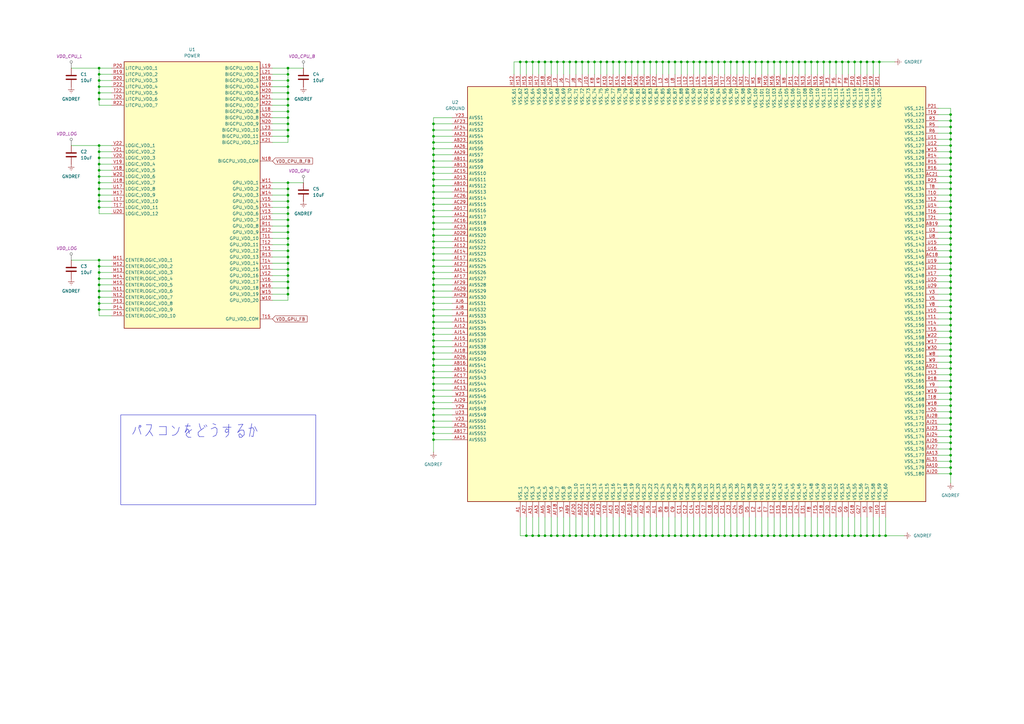
<source format=kicad_sch>
(kicad_sch (version 20231120) (generator "eeschema") (generator_version "8.0")
  (paper "A3")
  (junction (at 337.82 25.4))
  (junction (at 350.52 219.71))
  (junction (at 284.48 219.71))
  (junction (at 389.89 52.07))
  (junction (at 177.8 180.34))
  (junction (at 177.8 101.6))
  (junction (at 238.76 25.4))
  (junction (at 271.78 25.4))
  (junction (at 389.89 82.55))
  (junction (at 259.08 219.71))
  (junction (at 259.08 25.4))
  (junction (at 215.9 25.4))
  (junction (at 40.64 35.56))
  (junction (at 118.11 105.41))
  (junction (at 317.5 25.4))
  (junction (at 353.06 25.4))
  (junction (at 389.89 80.01))
  (junction (at 269.24 25.4))
  (junction (at 40.64 111.76))
  (junction (at 223.52 219.71))
  (junction (at 304.8 25.4))
  (junction (at 274.32 25.4))
  (junction (at 118.11 43.18))
  (junction (at 389.89 186.69))
  (junction (at 177.8 124.46))
  (junction (at 238.76 219.71))
  (junction (at 389.89 171.45))
  (junction (at 289.56 219.71))
  (junction (at 307.34 25.4))
  (junction (at 360.68 219.71))
  (junction (at 177.8 83.82))
  (junction (at 389.89 54.61))
  (junction (at 226.06 219.71))
  (junction (at 177.8 55.88))
  (junction (at 40.64 27.94))
  (junction (at 389.89 173.99))
  (junction (at 297.18 219.71))
  (junction (at 40.64 72.39))
  (junction (at 118.11 87.63))
  (junction (at 231.14 25.4))
  (junction (at 236.22 25.4))
  (junction (at 266.7 25.4))
  (junction (at 389.89 57.15))
  (junction (at 389.89 64.77))
  (junction (at 355.6 25.4))
  (junction (at 118.11 38.1))
  (junction (at 177.8 154.94))
  (junction (at 177.8 114.3))
  (junction (at 320.04 219.71))
  (junction (at 342.9 25.4))
  (junction (at 309.88 25.4))
  (junction (at 389.89 85.09))
  (junction (at 389.89 69.85))
  (junction (at 335.28 25.4))
  (junction (at 281.94 219.71))
  (junction (at 40.64 85.09))
  (junction (at 218.44 219.71))
  (junction (at 389.89 133.35))
  (junction (at 264.16 219.71))
  (junction (at 314.96 25.4))
  (junction (at 266.7 219.71))
  (junction (at 241.3 219.71))
  (junction (at 228.6 25.4))
  (junction (at 389.89 72.39))
  (junction (at 350.52 25.4))
  (junction (at 389.89 135.89))
  (junction (at 177.8 111.76))
  (junction (at 246.38 25.4))
  (junction (at 177.8 132.08))
  (junction (at 118.11 74.93))
  (junction (at 389.89 107.95))
  (junction (at 177.8 88.9))
  (junction (at 40.64 80.01))
  (junction (at 177.8 63.5))
  (junction (at 389.89 102.87))
  (junction (at 118.11 120.65))
  (junction (at 118.11 97.79))
  (junction (at 327.66 219.71))
  (junction (at 248.92 219.71))
  (junction (at 177.8 177.8))
  (junction (at 233.68 219.71))
  (junction (at 340.36 219.71))
  (junction (at 177.8 50.8))
  (junction (at 40.64 119.38))
  (junction (at 40.64 116.84))
  (junction (at 177.8 116.84))
  (junction (at 353.06 219.71))
  (junction (at 213.36 25.4))
  (junction (at 246.38 219.71))
  (junction (at 118.11 115.57))
  (junction (at 118.11 48.26))
  (junction (at 389.89 87.63))
  (junction (at 40.64 64.77))
  (junction (at 325.12 25.4))
  (junction (at 40.64 82.55))
  (junction (at 389.89 113.03))
  (junction (at 309.88 219.71))
  (junction (at 287.02 25.4))
  (junction (at 261.62 25.4))
  (junction (at 236.22 219.71))
  (junction (at 389.89 143.51))
  (junction (at 389.89 184.15))
  (junction (at 118.11 118.11))
  (junction (at 243.84 25.4))
  (junction (at 389.89 168.91))
  (junction (at 389.89 161.29))
  (junction (at 363.22 219.71))
  (junction (at 389.89 179.07))
  (junction (at 226.06 25.4))
  (junction (at 358.14 219.71))
  (junction (at 327.66 25.4))
  (junction (at 299.72 219.71))
  (junction (at 118.11 33.02))
  (junction (at 389.89 181.61))
  (junction (at 251.46 25.4))
  (junction (at 254 25.4))
  (junction (at 389.89 90.17))
  (junction (at 177.8 96.52))
  (junction (at 118.11 90.17))
  (junction (at 233.68 25.4))
  (junction (at 389.89 156.21))
  (junction (at 292.1 219.71))
  (junction (at 118.11 102.87))
  (junction (at 342.9 219.71))
  (junction (at 276.86 219.71))
  (junction (at 177.8 53.34))
  (junction (at 389.89 95.25))
  (junction (at 118.11 27.94))
  (junction (at 241.3 25.4))
  (junction (at 177.8 139.7))
  (junction (at 40.64 38.1))
  (junction (at 389.89 120.65))
  (junction (at 40.64 124.46))
  (junction (at 177.8 71.12))
  (junction (at 40.64 127))
  (junction (at 389.89 97.79))
  (junction (at 118.11 92.71))
  (junction (at 325.12 219.71))
  (junction (at 177.8 119.38))
  (junction (at 347.98 219.71))
  (junction (at 40.64 69.85))
  (junction (at 389.89 166.37))
  (junction (at 389.89 118.11))
  (junction (at 337.82 219.71))
  (junction (at 251.46 219.71))
  (junction (at 271.78 219.71))
  (junction (at 40.64 33.02))
  (junction (at 177.8 106.68))
  (junction (at 118.11 95.25))
  (junction (at 177.8 104.14))
  (junction (at 118.11 45.72))
  (junction (at 177.8 149.86))
  (junction (at 118.11 30.48))
  (junction (at 177.8 60.96))
  (junction (at 389.89 176.53))
  (junction (at 345.44 219.71))
  (junction (at 40.64 114.3))
  (junction (at 312.42 219.71))
  (junction (at 264.16 25.4))
  (junction (at 40.64 74.93))
  (junction (at 322.58 25.4))
  (junction (at 389.89 158.75))
  (junction (at 389.89 125.73))
  (junction (at 177.8 76.2))
  (junction (at 118.11 80.01))
  (junction (at 118.11 85.09))
  (junction (at 332.74 219.71))
  (junction (at 279.4 219.71))
  (junction (at 40.64 106.68))
  (junction (at 299.72 25.4))
  (junction (at 231.14 219.71))
  (junction (at 292.1 25.4))
  (junction (at 177.8 170.18))
  (junction (at 314.96 219.71))
  (junction (at 294.64 219.71))
  (junction (at 220.98 219.71))
  (junction (at 177.8 121.92))
  (junction (at 281.94 25.4))
  (junction (at 389.89 163.83))
  (junction (at 177.8 81.28))
  (junction (at 330.2 25.4))
  (junction (at 177.8 99.06))
  (junction (at 220.98 25.4))
  (junction (at 177.8 165.1))
  (junction (at 177.8 160.02))
  (junction (at 345.44 25.4))
  (junction (at 40.64 62.23))
  (junction (at 118.11 100.33))
  (junction (at 389.89 100.33))
  (junction (at 389.89 77.47))
  (junction (at 312.42 25.4))
  (junction (at 389.89 62.23))
  (junction (at 389.89 138.43))
  (junction (at 302.26 219.71))
  (junction (at 307.34 219.71))
  (junction (at 335.28 219.71))
  (junction (at 118.11 77.47))
  (junction (at 389.89 151.13))
  (junction (at 276.86 25.4))
  (junction (at 317.5 219.71))
  (junction (at 177.8 58.42))
  (junction (at 177.8 78.74))
  (junction (at 389.89 59.69))
  (junction (at 389.89 140.97))
  (junction (at 177.8 73.66))
  (junction (at 248.92 25.4))
  (junction (at 177.8 175.26))
  (junction (at 215.9 219.71))
  (junction (at 177.8 142.24))
  (junction (at 40.64 30.48))
  (junction (at 177.8 91.44))
  (junction (at 274.32 219.71))
  (junction (at 256.54 25.4))
  (junction (at 40.64 67.31))
  (junction (at 177.8 167.64))
  (junction (at 320.04 25.4))
  (junction (at 302.26 25.4))
  (junction (at 355.6 219.71))
  (junction (at 358.14 25.4))
  (junction (at 40.64 59.69))
  (junction (at 389.89 123.19))
  (junction (at 389.89 146.05))
  (junction (at 389.89 92.71))
  (junction (at 177.8 147.32))
  (junction (at 389.89 191.77))
  (junction (at 177.8 66.04))
  (junction (at 177.8 137.16))
  (junction (at 389.89 130.81))
  (junction (at 256.54 219.71))
  (junction (at 118.11 53.34))
  (junction (at 40.64 109.22))
  (junction (at 177.8 109.22))
  (junction (at 389.89 105.41))
  (junction (at 389.89 115.57))
  (junction (at 243.84 219.71))
  (junction (at 389.89 128.27))
  (junction (at 330.2 219.71))
  (junction (at 347.98 25.4))
  (junction (at 297.18 25.4))
  (junction (at 389.89 194.31))
  (junction (at 228.6 219.71))
  (junction (at 177.8 127))
  (junction (at 118.11 82.55))
  (junction (at 40.64 40.64))
  (junction (at 389.89 67.31))
  (junction (at 118.11 40.64))
  (junction (at 389.89 49.53))
  (junction (at 389.89 148.59))
  (junction (at 118.11 110.49))
  (junction (at 332.74 25.4))
  (junction (at 177.8 157.48))
  (junction (at 177.8 152.4))
  (junction (at 279.4 25.4))
  (junction (at 40.64 77.47))
  (junction (at 177.8 172.72))
  (junction (at 177.8 129.54))
  (junction (at 284.48 25.4))
  (junction (at 118.11 55.88))
  (junction (at 177.8 134.62))
  (junction (at 389.89 189.23))
  (junction (at 340.36 25.4))
  (junction (at 177.8 162.56))
  (junction (at 177.8 93.98))
  (junction (at 304.8 219.71))
  (junction (at 287.02 219.71))
  (junction (at 218.44 25.4))
  (junction (at 177.8 86.36))
  (junction (at 177.8 68.58))
  (junction (at 254 219.71))
  (junction (at 118.11 113.03))
  (junction (at 389.89 74.93))
  (junction (at 294.64 25.4))
  (junction (at 360.68 25.4))
  (junction (at 118.11 50.8))
  (junction (at 322.58 219.71))
  (junction (at 261.62 219.71))
  (junction (at 389.89 110.49))
  (junction (at 40.64 121.92))
  (junction (at 118.11 107.95))
  (junction (at 389.89 153.67))
  (junction (at 389.89 46.99))
  (junction (at 118.11 35.56))
  (junction (at 269.24 219.71))
  (junction (at 223.52 25.4))
  (junction (at 177.8 144.78))
  (junction (at 289.56 25.4))
  (wire (pts (xy 389.89 163.83) (xy 389.89 166.37)))
  (wire (pts (xy 281.94 25.4) (xy 281.94 30.48)))
  (wire (pts (xy 177.8 104.14) (xy 177.8 106.68)))
  (wire (pts (xy 389.89 92.71) (xy 389.89 95.25)))
  (wire (pts (xy 284.48 25.4) (xy 284.48 30.48)))
  (wire (pts (xy 177.8 48.26) (xy 177.8 50.8)))
  (wire (pts (xy 261.62 219.71) (xy 264.16 219.71)))
  (wire (pts (xy 111.76 40.64) (xy 118.11 40.64)))
  (wire (pts (xy 177.8 129.54) (xy 185.42 129.54)))
  (wire (pts (xy 40.64 40.64) (xy 45.72 40.64)))
  (wire (pts (xy 389.89 72.39) (xy 389.89 74.93)))
  (wire (pts (xy 384.81 102.87) (xy 389.89 102.87)))
  (wire (pts (xy 177.8 76.2) (xy 177.8 78.74)))
  (wire (pts (xy 320.04 212.09) (xy 320.04 219.71)))
  (wire (pts (xy 322.58 25.4) (xy 322.58 30.48)))
  (wire (pts (xy 177.8 83.82) (xy 177.8 86.36)))
  (wire (pts (xy 236.22 212.09) (xy 236.22 219.71)))
  (wire (pts (xy 389.89 74.93) (xy 389.89 77.47)))
  (wire (pts (xy 384.81 54.61) (xy 389.89 54.61)))
  (wire (pts (xy 276.86 25.4) (xy 279.4 25.4)))
  (wire (pts (xy 384.81 107.95) (xy 389.89 107.95)))
  (wire (pts (xy 297.18 25.4) (xy 299.72 25.4)))
  (wire (pts (xy 309.88 219.71) (xy 312.42 219.71)))
  (wire (pts (xy 177.8 177.8) (xy 177.8 180.34)))
  (wire (pts (xy 259.08 25.4) (xy 259.08 30.48)))
  (wire (pts (xy 177.8 58.42) (xy 185.42 58.42)))
  (wire (pts (xy 389.89 57.15) (xy 389.89 59.69)))
  (wire (pts (xy 223.52 25.4) (xy 223.52 30.48)))
  (wire (pts (xy 384.81 146.05) (xy 389.89 146.05)))
  (wire (pts (xy 177.8 165.1) (xy 185.42 165.1)))
  (wire (pts (xy 389.89 135.89) (xy 389.89 138.43)))
  (wire (pts (xy 29.21 59.69) (xy 40.64 59.69)))
  (wire (pts (xy 337.82 25.4) (xy 340.36 25.4)))
  (wire (pts (xy 355.6 219.71) (xy 358.14 219.71)))
  (wire (pts (xy 177.8 111.76) (xy 177.8 114.3)))
  (wire (pts (xy 353.06 25.4) (xy 353.06 30.48)))
  (wire (pts (xy 210.82 25.4) (xy 213.36 25.4)))
  (wire (pts (xy 185.42 48.26) (xy 177.8 48.26)))
  (wire (pts (xy 241.3 25.4) (xy 241.3 30.48)))
  (wire (pts (xy 177.8 180.34) (xy 177.8 185.42)))
  (wire (pts (xy 177.8 63.5) (xy 185.42 63.5)))
  (wire (pts (xy 384.81 135.89) (xy 389.89 135.89)))
  (wire (pts (xy 384.81 123.19) (xy 389.89 123.19)))
  (wire (pts (xy 384.81 138.43) (xy 389.89 138.43)))
  (wire (pts (xy 384.81 130.81) (xy 389.89 130.81)))
  (wire (pts (xy 111.76 38.1) (xy 118.11 38.1)))
  (wire (pts (xy 271.78 212.09) (xy 271.78 219.71)))
  (wire (pts (xy 111.76 74.93) (xy 118.11 74.93)))
  (wire (pts (xy 177.8 154.94) (xy 177.8 157.48)))
  (wire (pts (xy 384.81 156.21) (xy 389.89 156.21)))
  (wire (pts (xy 358.14 25.4) (xy 358.14 30.48)))
  (wire (pts (xy 274.32 212.09) (xy 274.32 219.71)))
  (wire (pts (xy 347.98 212.09) (xy 347.98 219.71)))
  (wire (pts (xy 269.24 219.71) (xy 271.78 219.71)))
  (wire (pts (xy 111.76 100.33) (xy 118.11 100.33)))
  (wire (pts (xy 384.81 85.09) (xy 389.89 85.09)))
  (wire (pts (xy 220.98 219.71) (xy 223.52 219.71)))
  (wire (pts (xy 40.64 67.31) (xy 45.72 67.31)))
  (wire (pts (xy 389.89 158.75) (xy 389.89 161.29)))
  (wire (pts (xy 246.38 219.71) (xy 248.92 219.71)))
  (wire (pts (xy 264.16 212.09) (xy 264.16 219.71)))
  (wire (pts (xy 118.11 105.41) (xy 118.11 107.95)))
  (wire (pts (xy 251.46 25.4) (xy 254 25.4)))
  (wire (pts (xy 384.81 168.91) (xy 389.89 168.91)))
  (wire (pts (xy 363.22 219.71) (xy 370.84 219.71)))
  (wire (pts (xy 274.32 25.4) (xy 276.86 25.4)))
  (wire (pts (xy 118.11 115.57) (xy 118.11 118.11)))
  (wire (pts (xy 177.8 73.66) (xy 177.8 76.2)))
  (wire (pts (xy 335.28 25.4) (xy 335.28 30.48)))
  (wire (pts (xy 118.11 82.55) (xy 118.11 85.09)))
  (wire (pts (xy 118.11 27.94) (xy 118.11 30.48)))
  (wire (pts (xy 384.81 161.29) (xy 389.89 161.29)))
  (wire (pts (xy 389.89 143.51) (xy 389.89 146.05)))
  (wire (pts (xy 218.44 219.71) (xy 220.98 219.71)))
  (wire (pts (xy 384.81 100.33) (xy 389.89 100.33)))
  (wire (pts (xy 118.11 92.71) (xy 118.11 95.25)))
  (wire (pts (xy 259.08 212.09) (xy 259.08 219.71)))
  (wire (pts (xy 177.8 71.12) (xy 177.8 73.66)))
  (wire (pts (xy 384.81 153.67) (xy 389.89 153.67)))
  (wire (pts (xy 353.06 212.09) (xy 353.06 219.71)))
  (wire (pts (xy 177.8 149.86) (xy 185.42 149.86)))
  (wire (pts (xy 40.64 124.46) (xy 40.64 127)))
  (wire (pts (xy 118.11 38.1) (xy 118.11 40.64)))
  (wire (pts (xy 353.06 25.4) (xy 355.6 25.4)))
  (wire (pts (xy 177.8 160.02) (xy 177.8 162.56)))
  (wire (pts (xy 231.14 25.4) (xy 231.14 30.48)))
  (wire (pts (xy 389.89 64.77) (xy 389.89 67.31)))
  (wire (pts (xy 111.76 90.17) (xy 118.11 90.17)))
  (wire (pts (xy 350.52 25.4) (xy 350.52 30.48)))
  (wire (pts (xy 248.92 25.4) (xy 248.92 30.48)))
  (wire (pts (xy 118.11 100.33) (xy 118.11 102.87)))
  (wire (pts (xy 220.98 25.4) (xy 223.52 25.4)))
  (wire (pts (xy 284.48 212.09) (xy 284.48 219.71)))
  (wire (pts (xy 241.3 219.71) (xy 243.84 219.71)))
  (wire (pts (xy 111.76 27.94) (xy 118.11 27.94)))
  (wire (pts (xy 384.81 184.15) (xy 389.89 184.15)))
  (wire (pts (xy 389.89 110.49) (xy 389.89 113.03)))
  (wire (pts (xy 177.8 86.36) (xy 177.8 88.9)))
  (wire (pts (xy 384.81 171.45) (xy 389.89 171.45)))
  (wire (pts (xy 340.36 25.4) (xy 342.9 25.4)))
  (wire (pts (xy 177.8 50.8) (xy 185.42 50.8)))
  (wire (pts (xy 223.52 219.71) (xy 226.06 219.71)))
  (wire (pts (xy 304.8 25.4) (xy 304.8 30.48)))
  (wire (pts (xy 384.81 143.51) (xy 389.89 143.51)))
  (wire (pts (xy 177.8 106.68) (xy 177.8 109.22)))
  (wire (pts (xy 389.89 49.53) (xy 389.89 52.07)))
  (wire (pts (xy 389.89 153.67) (xy 389.89 156.21)))
  (wire (pts (xy 389.89 168.91) (xy 389.89 171.45)))
  (wire (pts (xy 177.8 180.34) (xy 185.42 180.34)))
  (wire (pts (xy 177.8 121.92) (xy 185.42 121.92)))
  (wire (pts (xy 210.82 30.48) (xy 210.82 25.4)))
  (wire (pts (xy 40.64 127) (xy 40.64 129.54)))
  (wire (pts (xy 269.24 212.09) (xy 269.24 219.71)))
  (wire (pts (xy 228.6 212.09) (xy 228.6 219.71)))
  (wire (pts (xy 40.64 38.1) (xy 45.72 38.1)))
  (wire (pts (xy 177.8 68.58) (xy 185.42 68.58)))
  (wire (pts (xy 118.11 107.95) (xy 118.11 110.49)))
  (wire (pts (xy 40.64 124.46) (xy 45.72 124.46)))
  (wire (pts (xy 384.81 72.39) (xy 389.89 72.39)))
  (wire (pts (xy 40.64 27.94) (xy 40.64 30.48)))
  (wire (pts (xy 384.81 176.53) (xy 389.89 176.53)))
  (wire (pts (xy 111.76 50.8) (xy 118.11 50.8)))
  (wire (pts (xy 223.52 25.4) (xy 226.06 25.4)))
  (wire (pts (xy 40.64 121.92) (xy 45.72 121.92)))
  (wire (pts (xy 111.76 55.88) (xy 118.11 55.88)))
  (wire (pts (xy 177.8 60.96) (xy 185.42 60.96)))
  (wire (pts (xy 384.81 90.17) (xy 389.89 90.17)))
  (wire (pts (xy 40.64 111.76) (xy 40.64 114.3)))
  (wire (pts (xy 389.89 120.65) (xy 389.89 123.19)))
  (wire (pts (xy 177.8 127) (xy 185.42 127)))
  (wire (pts (xy 322.58 212.09) (xy 322.58 219.71)))
  (wire (pts (xy 177.8 101.6) (xy 185.42 101.6)))
  (wire (pts (xy 384.81 92.71) (xy 389.89 92.71)))
  (wire (pts (xy 309.88 25.4) (xy 309.88 30.48)))
  (wire (pts (xy 111.76 53.34) (xy 118.11 53.34)))
  (wire (pts (xy 213.36 212.09) (xy 213.36 219.71)))
  (wire (pts (xy 177.8 99.06) (xy 177.8 101.6)))
  (wire (pts (xy 325.12 25.4) (xy 325.12 30.48)))
  (wire (pts (xy 40.64 116.84) (xy 40.64 119.38)))
  (wire (pts (xy 340.36 25.4) (xy 340.36 30.48)))
  (wire (pts (xy 384.81 186.69) (xy 389.89 186.69)))
  (wire (pts (xy 215.9 212.09) (xy 215.9 219.71)))
  (wire (pts (xy 314.96 212.09) (xy 314.96 219.71)))
  (wire (pts (xy 389.89 130.81) (xy 389.89 133.35)))
  (wire (pts (xy 40.64 38.1) (xy 40.64 35.56)))
  (wire (pts (xy 40.64 111.76) (xy 45.72 111.76)))
  (wire (pts (xy 177.8 109.22) (xy 177.8 111.76)))
  (wire (pts (xy 332.74 25.4) (xy 332.74 30.48)))
  (wire (pts (xy 29.21 27.94) (xy 40.64 27.94)))
  (wire (pts (xy 360.68 25.4) (xy 367.03 25.4)))
  (wire (pts (xy 325.12 212.09) (xy 325.12 219.71)))
  (wire (pts (xy 40.64 119.38) (xy 45.72 119.38)))
  (wire (pts (xy 292.1 25.4) (xy 294.64 25.4)))
  (wire (pts (xy 248.92 219.71) (xy 251.46 219.71)))
  (wire (pts (xy 111.76 82.55) (xy 118.11 82.55)))
  (wire (pts (xy 177.8 119.38) (xy 177.8 121.92)))
  (wire (pts (xy 389.89 125.73) (xy 389.89 128.27)))
  (wire (pts (xy 384.81 128.27) (xy 389.89 128.27)))
  (wire (pts (xy 384.81 97.79) (xy 389.89 97.79)))
  (wire (pts (xy 345.44 25.4) (xy 345.44 30.48)))
  (wire (pts (xy 384.81 110.49) (xy 389.89 110.49)))
  (wire (pts (xy 231.14 219.71) (xy 233.68 219.71)))
  (wire (pts (xy 389.89 85.09) (xy 389.89 87.63)))
  (wire (pts (xy 118.11 53.34) (xy 118.11 55.88)))
  (wire (pts (xy 317.5 219.71) (xy 320.04 219.71)))
  (wire (pts (xy 246.38 212.09) (xy 246.38 219.71)))
  (wire (pts (xy 40.64 80.01) (xy 40.64 82.55)))
  (wire (pts (xy 241.3 212.09) (xy 241.3 219.71)))
  (wire (pts (xy 215.9 25.4) (xy 218.44 25.4)))
  (wire (pts (xy 276.86 219.71) (xy 279.4 219.71)))
  (wire (pts (xy 177.8 172.72) (xy 185.42 172.72)))
  (wire (pts (xy 389.89 133.35) (xy 389.89 135.89)))
  (wire (pts (xy 384.81 140.97) (xy 389.89 140.97)))
  (wire (pts (xy 332.74 25.4) (xy 335.28 25.4)))
  (wire (pts (xy 389.89 184.15) (xy 389.89 186.69)))
  (wire (pts (xy 350.52 219.71) (xy 353.06 219.71)))
  (wire (pts (xy 304.8 25.4) (xy 307.34 25.4)))
  (wire (pts (xy 389.89 123.19) (xy 389.89 125.73)))
  (wire (pts (xy 118.11 50.8) (xy 118.11 53.34)))
  (wire (pts (xy 279.4 25.4) (xy 279.4 30.48)))
  (wire (pts (xy 40.64 82.55) (xy 40.64 85.09)))
  (wire (pts (xy 389.89 95.25) (xy 389.89 97.79)))
  (wire (pts (xy 384.81 62.23) (xy 389.89 62.23)))
  (wire (pts (xy 292.1 25.4) (xy 292.1 30.48)))
  (wire (pts (xy 389.89 166.37) (xy 389.89 168.91)))
  (wire (pts (xy 314.96 25.4) (xy 314.96 30.48)))
  (wire (pts (xy 40.64 59.69) (xy 45.72 59.69)))
  (wire (pts (xy 177.8 132.08) (xy 185.42 132.08)))
  (wire (pts (xy 177.8 157.48) (xy 185.42 157.48)))
  (wire (pts (xy 384.81 179.07) (xy 389.89 179.07)))
  (wire (pts (xy 40.64 67.31) (xy 40.64 69.85)))
  (wire (pts (xy 384.81 80.01) (xy 389.89 80.01)))
  (wire (pts (xy 177.8 66.04) (xy 177.8 68.58)))
  (wire (pts (xy 350.52 212.09) (xy 350.52 219.71)))
  (wire (pts (xy 111.76 58.42) (xy 118.11 58.42)))
  (wire (pts (xy 118.11 27.94) (xy 124.46 27.94)))
  (wire (pts (xy 389.89 69.85) (xy 389.89 72.39)))
  (wire (pts (xy 177.8 66.04) (xy 185.42 66.04)))
  (wire (pts (xy 177.8 88.9) (xy 185.42 88.9)))
  (wire (pts (xy 177.8 144.78) (xy 185.42 144.78)))
  (wire (pts (xy 111.76 85.09) (xy 118.11 85.09)))
  (wire (pts (xy 279.4 219.71) (xy 281.94 219.71)))
  (wire (pts (xy 40.64 62.23) (xy 40.64 64.77)))
  (wire (pts (xy 292.1 212.09) (xy 292.1 219.71)))
  (wire (pts (xy 177.8 147.32) (xy 177.8 149.86)))
  (wire (pts (xy 384.81 125.73) (xy 389.89 125.73)))
  (wire (pts (xy 236.22 25.4) (xy 238.76 25.4)))
  (wire (pts (xy 111.76 107.95) (xy 118.11 107.95)))
  (wire (pts (xy 177.8 119.38) (xy 185.42 119.38)))
  (wire (pts (xy 389.89 113.03) (xy 389.89 115.57)))
  (wire (pts (xy 238.76 212.09) (xy 238.76 219.71)))
  (wire (pts (xy 177.8 137.16) (xy 177.8 139.7)))
  (wire (pts (xy 327.66 25.4) (xy 330.2 25.4)))
  (wire (pts (xy 177.8 124.46) (xy 177.8 127)))
  (wire (pts (xy 266.7 212.09) (xy 266.7 219.71)))
  (wire (pts (xy 330.2 212.09) (xy 330.2 219.71)))
  (wire (pts (xy 233.68 25.4) (xy 233.68 30.48)))
  (wire (pts (xy 177.8 134.62) (xy 185.42 134.62)))
  (wire (pts (xy 177.8 157.48) (xy 177.8 160.02)))
  (wire (pts (xy 384.81 44.45) (xy 389.89 44.45)))
  (wire (pts (xy 384.81 191.77) (xy 389.89 191.77)))
  (wire (pts (xy 177.8 116.84) (xy 177.8 119.38)))
  (wire (pts (xy 353.06 219.71) (xy 355.6 219.71)))
  (wire (pts (xy 223.52 212.09) (xy 223.52 219.71)))
  (wire (pts (xy 111.76 123.19) (xy 118.11 123.19)))
  (wire (pts (xy 111.76 118.11) (xy 118.11 118.11)))
  (wire (pts (xy 332.74 212.09) (xy 332.74 219.71)))
  (wire (pts (xy 287.02 212.09) (xy 287.02 219.71)))
  (wire (pts (xy 111.76 115.57) (xy 118.11 115.57)))
  (wire (pts (xy 243.84 212.09) (xy 243.84 219.71)))
  (wire (pts (xy 302.26 25.4) (xy 302.26 30.48)))
  (wire (pts (xy 226.06 219.71) (xy 228.6 219.71)))
  (wire (pts (xy 233.68 219.71) (xy 236.22 219.71)))
  (wire (pts (xy 330.2 219.71) (xy 332.74 219.71)))
  (wire (pts (xy 389.89 194.31) (xy 389.89 198.12)))
  (wire (pts (xy 118.11 43.18) (xy 118.11 45.72)))
  (wire (pts (xy 177.8 83.82) (xy 185.42 83.82)))
  (wire (pts (xy 177.8 114.3) (xy 177.8 116.84)))
  (wire (pts (xy 384.81 95.25) (xy 389.89 95.25)))
  (wire (pts (xy 177.8 58.42) (xy 177.8 60.96)))
  (wire (pts (xy 238.76 25.4) (xy 241.3 25.4)))
  (wire (pts (xy 327.66 219.71) (xy 330.2 219.71)))
  (wire (pts (xy 384.81 181.61) (xy 389.89 181.61)))
  (wire (pts (xy 261.62 25.4) (xy 261.62 30.48)))
  (wire (pts (xy 384.81 57.15) (xy 389.89 57.15)))
  (wire (pts (xy 312.42 219.71) (xy 314.96 219.71)))
  (wire (pts (xy 177.8 96.52) (xy 177.8 99.06)))
  (wire (pts (xy 118.11 85.09) (xy 118.11 87.63)))
  (wire (pts (xy 177.8 177.8) (xy 185.42 177.8)))
  (wire (pts (xy 327.66 212.09) (xy 327.66 219.71)))
  (wire (pts (xy 279.4 212.09) (xy 279.4 219.71)))
  (wire (pts (xy 40.64 33.02) (xy 45.72 33.02)))
  (wire (pts (xy 118.11 33.02) (xy 118.11 35.56)))
  (wire (pts (xy 389.89 151.13) (xy 389.89 153.67)))
  (wire (pts (xy 299.72 25.4) (xy 299.72 30.48)))
  (wire (pts (xy 111.76 87.63) (xy 118.11 87.63)))
  (wire (pts (xy 389.89 52.07) (xy 389.89 54.61)))
  (wire (pts (xy 389.89 176.53) (xy 389.89 179.07)))
  (wire (pts (xy 177.8 88.9) (xy 177.8 91.44)))
  (wire (pts (xy 177.8 53.34) (xy 185.42 53.34)))
  (wire (pts (xy 118.11 97.79) (xy 118.11 100.33)))
  (wire (pts (xy 389.89 194.31) (xy 384.81 194.31)))
  (wire (pts (xy 177.8 78.74) (xy 185.42 78.74)))
  (wire (pts (xy 355.6 25.4) (xy 358.14 25.4)))
  (wire (pts (xy 236.22 25.4) (xy 236.22 30.48)))
  (wire (pts (xy 213.36 25.4) (xy 215.9 25.4)))
  (wire (pts (xy 384.81 87.63) (xy 389.89 87.63)))
  (wire (pts (xy 118.11 120.65) (xy 118.11 123.19)))
  (wire (pts (xy 389.89 44.45) (xy 389.89 46.99)))
  (wire (pts (xy 289.56 25.4) (xy 292.1 25.4)))
  (wire (pts (xy 307.34 212.09) (xy 307.34 219.71)))
  (wire (pts (xy 299.72 25.4) (xy 302.26 25.4)))
  (wire (pts (xy 358.14 25.4) (xy 360.68 25.4)))
  (wire (pts (xy 389.89 62.23) (xy 389.89 64.77)))
  (wire (pts (xy 384.81 69.85) (xy 389.89 69.85)))
  (wire (pts (xy 118.11 74.93) (xy 118.11 77.47)))
  (wire (pts (xy 389.89 67.31) (xy 389.89 69.85)))
  (wire (pts (xy 269.24 25.4) (xy 269.24 30.48)))
  (wire (pts (xy 40.64 59.69) (xy 40.64 62.23)))
  (wire (pts (xy 251.46 25.4) (xy 251.46 30.48)))
  (wire (pts (xy 271.78 219.71) (xy 274.32 219.71)))
  (wire (pts (xy 177.8 139.7) (xy 185.42 139.7)))
  (wire (pts (xy 384.81 64.77) (xy 389.89 64.77)))
  (wire (pts (xy 335.28 25.4) (xy 337.82 25.4)))
  (wire (pts (xy 389.89 186.69) (xy 389.89 189.23)))
  (wire (pts (xy 289.56 25.4) (xy 289.56 30.48)))
  (wire (pts (xy 233.68 212.09) (xy 233.68 219.71)))
  (wire (pts (xy 389.89 173.99) (xy 389.89 176.53)))
  (wire (pts (xy 118.11 30.48) (xy 118.11 33.02)))
  (wire (pts (xy 40.64 43.18) (xy 40.64 40.64)))
  (wire (pts (xy 177.8 175.26) (xy 185.42 175.26)))
  (wire (pts (xy 297.18 212.09) (xy 297.18 219.71)))
  (wire (pts (xy 259.08 25.4) (xy 261.62 25.4)))
  (wire (pts (xy 177.8 99.06) (xy 185.42 99.06)))
  (wire (pts (xy 40.64 109.22) (xy 40.64 111.76)))
  (wire (pts (xy 118.11 113.03) (xy 118.11 115.57)))
  (wire (pts (xy 177.8 147.32) (xy 185.42 147.32)))
  (wire (pts (xy 384.81 166.37) (xy 389.89 166.37)))
  (wire (pts (xy 304.8 219.71) (xy 307.34 219.71)))
  (wire (pts (xy 177.8 55.88) (xy 177.8 58.42)))
  (wire (pts (xy 40.64 80.01) (xy 45.72 80.01)))
  (wire (pts (xy 266.7 25.4) (xy 269.24 25.4)))
  (wire (pts (xy 228.6 25.4) (xy 231.14 25.4)))
  (wire (pts (xy 228.6 25.4) (xy 228.6 30.48)))
  (wire (pts (xy 177.8 152.4) (xy 177.8 154.94)))
  (wire (pts (xy 347.98 25.4) (xy 347.98 30.48)))
  (wire (pts (xy 177.8 101.6) (xy 177.8 104.14)))
  (wire (pts (xy 177.8 149.86) (xy 177.8 152.4)))
  (wire (pts (xy 40.64 62.23) (xy 45.72 62.23)))
  (wire (pts (xy 177.8 144.78) (xy 177.8 147.32)))
  (wire (pts (xy 111.76 113.03) (xy 118.11 113.03)))
  (wire (pts (xy 111.76 97.79) (xy 118.11 97.79)))
  (wire (pts (xy 177.8 152.4) (xy 185.42 152.4)))
  (wire (pts (xy 111.76 77.47) (xy 118.11 77.47)))
  (wire (pts (xy 226.06 212.09) (xy 226.06 219.71)))
  (wire (pts (xy 40.64 30.48) (xy 40.64 33.02)))
  (wire (pts (xy 118.11 74.93) (xy 124.46 74.93)))
  (wire (pts (xy 111.76 92.71) (xy 118.11 92.71)))
  (wire (pts (xy 177.8 81.28) (xy 177.8 83.82)))
  (wire (pts (xy 177.8 121.92) (xy 177.8 124.46)))
  (wire (pts (xy 118.11 40.64) (xy 118.11 43.18)))
  (wire (pts (xy 281.94 212.09) (xy 281.94 219.71)))
  (wire (pts (xy 317.5 212.09) (xy 317.5 219.71)))
  (wire (pts (xy 384.81 77.47) (xy 389.89 77.47)))
  (wire (pts (xy 40.64 72.39) (xy 45.72 72.39)))
  (wire (pts (xy 309.88 212.09) (xy 309.88 219.71)))
  (wire (pts (xy 40.64 85.09) (xy 45.72 85.09)))
  (wire (pts (xy 347.98 219.71) (xy 350.52 219.71)))
  (wire (pts (xy 389.89 82.55) (xy 389.89 85.09)))
  (wire (pts (xy 40.64 72.39) (xy 40.64 74.93)))
  (wire (pts (xy 177.8 129.54) (xy 177.8 132.08)))
  (wire (pts (xy 384.81 115.57) (xy 389.89 115.57)))
  (wire (pts (xy 118.11 77.47) (xy 118.11 80.01)))
  (wire (pts (xy 177.8 53.34) (xy 177.8 55.88)))
  (wire (pts (xy 261.62 25.4) (xy 264.16 25.4)))
  (wire (pts (xy 342.9 25.4) (xy 342.9 30.48)))
  (wire (pts (xy 213.36 219.71) (xy 215.9 219.71)))
  (wire (pts (xy 111.76 35.56) (xy 118.11 35.56)))
  (wire (pts (xy 384.81 82.55) (xy 389.89 82.55)))
  (wire (pts (xy 294.64 212.09) (xy 294.64 219.71)))
  (wire (pts (xy 246.38 25.4) (xy 246.38 30.48)))
  (wire (pts (xy 335.28 212.09) (xy 335.28 219.71)))
  (wire (pts (xy 177.8 114.3) (xy 185.42 114.3)))
  (wire (pts (xy 177.8 91.44) (xy 177.8 93.98)))
  (wire (pts (xy 309.88 25.4) (xy 312.42 25.4)))
  (wire (pts (xy 337.82 219.71) (xy 340.36 219.71)))
  (wire (pts (xy 389.89 148.59) (xy 389.89 151.13)))
  (wire (pts (xy 40.64 40.64) (xy 40.64 38.1)))
  (wire (pts (xy 177.8 104.14) (xy 185.42 104.14)))
  (wire (pts (xy 340.36 212.09) (xy 340.36 219.71)))
  (wire (pts (xy 177.8 60.96) (xy 177.8 63.5)))
  (wire (pts (xy 281.94 219.71) (xy 284.48 219.71)))
  (wire (pts (xy 340.36 219.71) (xy 342.9 219.71)))
  (wire (pts (xy 177.8 142.24) (xy 185.42 142.24)))
  (wire (pts (xy 243.84 25.4) (xy 246.38 25.4)))
  (wire (pts (xy 40.64 119.38) (xy 40.64 121.92)))
  (wire (pts (xy 40.64 106.68) (xy 40.64 109.22)))
  (wire (pts (xy 271.78 25.4) (xy 271.78 30.48)))
  (wire (pts (xy 177.8 50.8) (xy 177.8 53.34)))
  (wire (pts (xy 384.81 120.65) (xy 389.89 120.65)))
  (wire (pts (xy 355.6 212.09) (xy 355.6 219.71)))
  (wire (pts (xy 177.8 93.98) (xy 177.8 96.52)))
  (wire (pts (xy 384.81 67.31) (xy 389.89 67.31)))
  (wire (pts (xy 40.64 114.3) (xy 45.72 114.3)))
  (wire (pts (xy 389.89 107.95) (xy 389.89 110.49)))
  (wire (pts (xy 177.8 134.62) (xy 177.8 137.16)))
  (wire (pts (xy 284.48 25.4) (xy 287.02 25.4)))
  (wire (pts (xy 389.89 140.97) (xy 389.89 143.51)))
  (wire (pts (xy 233.68 25.4) (xy 236.22 25.4)))
  (wire (pts (xy 269.24 25.4) (xy 271.78 25.4)))
  (wire (pts (xy 314.96 219.71) (xy 317.5 219.71)))
  (wire (pts (xy 384.81 173.99) (xy 389.89 173.99)))
  (wire (pts (xy 118.11 118.11) (xy 118.11 120.65)))
  (wire (pts (xy 389.89 115.57) (xy 389.89 118.11)))
  (wire (pts (xy 40.64 64.77) (xy 40.64 67.31)))
  (wire (pts (xy 40.64 35.56) (xy 40.64 33.02)))
  (wire (pts (xy 274.32 25.4) (xy 274.32 30.48)))
  (wire (pts (xy 177.8 167.64) (xy 185.42 167.64)))
  (wire (pts (xy 312.42 25.4) (xy 312.42 30.48)))
  (wire (pts (xy 261.62 212.09) (xy 261.62 219.71)))
  (wire (pts (xy 389.89 171.45) (xy 389.89 173.99)))
  (wire (pts (xy 29.21 106.68) (xy 40.64 106.68)))
  (wire (pts (xy 246.38 25.4) (xy 248.92 25.4)))
  (wire (pts (xy 389.89 189.23) (xy 389.89 191.77)))
  (wire (pts (xy 389.89 90.17) (xy 389.89 92.71)))
  (wire (pts (xy 256.54 25.4) (xy 256.54 30.48)))
  (wire (pts (xy 118.11 90.17) (xy 118.11 92.71)))
  (wire (pts (xy 389.89 105.41) (xy 389.89 107.95)))
  (wire (pts (xy 177.8 162.56) (xy 177.8 165.1)))
  (wire (pts (xy 320.04 219.71) (xy 322.58 219.71)))
  (wire (pts (xy 111.76 120.65) (xy 118.11 120.65)))
  (wire (pts (xy 384.81 158.75) (xy 389.89 158.75)))
  (wire (pts (xy 287.02 25.4) (xy 289.56 25.4)))
  (wire (pts (xy 177.8 170.18) (xy 177.8 172.72)))
  (wire (pts (xy 177.8 106.68) (xy 185.42 106.68)))
  (wire (pts (xy 345.44 25.4) (xy 347.98 25.4)))
  (wire (pts (xy 118.11 55.88) (xy 118.11 58.42)))
  (wire (pts (xy 389.89 138.43) (xy 389.89 140.97)))
  (wire (pts (xy 281.94 25.4) (xy 284.48 25.4)))
  (wire (pts (xy 254 25.4) (xy 256.54 25.4)))
  (wire (pts (xy 384.81 148.59) (xy 389.89 148.59)))
  (wire (pts (xy 389.89 191.77) (xy 389.89 194.31)))
  (wire (pts (xy 325.12 25.4) (xy 327.66 25.4)))
  (wire (pts (xy 118.11 95.25) (xy 118.11 97.79)))
  (wire (pts (xy 389.89 46.99) (xy 389.89 49.53)))
  (wire (pts (xy 241.3 25.4) (xy 243.84 25.4)))
  (wire (pts (xy 220.98 25.4) (xy 220.98 30.48)))
  (wire (pts (xy 111.76 43.18) (xy 118.11 43.18)))
  (wire (pts (xy 226.06 25.4) (xy 226.06 30.48)))
  (wire (pts (xy 177.8 154.94) (xy 185.42 154.94)))
  (wire (pts (xy 177.8 78.74) (xy 177.8 81.28)))
  (wire (pts (xy 243.84 219.71) (xy 246.38 219.71)))
  (wire (pts (xy 264.16 25.4) (xy 264.16 30.48)))
  (wire (pts (xy 307.34 219.71) (xy 309.88 219.71)))
  (wire (pts (xy 177.8 167.64) (xy 177.8 170.18)))
  (wire (pts (xy 177.8 111.76) (xy 185.42 111.76)))
  (wire (pts (xy 307.34 25.4) (xy 307.34 30.48)))
  (wire (pts (xy 389.89 179.07) (xy 389.89 181.61)))
  (wire (pts (xy 177.8 81.28) (xy 185.42 81.28)))
  (wire (pts (xy 292.1 219.71) (xy 294.64 219.71)))
  (wire (pts (xy 248.92 212.09) (xy 248.92 219.71)))
  (wire (pts (xy 218.44 25.4) (xy 220.98 25.4)))
  (wire (pts (xy 287.02 25.4) (xy 287.02 30.48)))
  (wire (pts (xy 45.72 43.18) (xy 40.64 43.18)))
  (wire (pts (xy 304.8 212.09) (xy 304.8 219.71)))
  (wire (pts (xy 274.32 219.71) (xy 276.86 219.71)))
  (wire (pts (xy 330.2 25.4) (xy 330.2 30.48)))
  (wire (pts (xy 302.26 212.09) (xy 302.26 219.71)))
  (wire (pts (xy 284.48 219.71) (xy 287.02 219.71)))
  (wire (pts (xy 177.8 139.7) (xy 177.8 142.24)))
  (wire (pts (xy 389.89 80.01) (xy 389.89 82.55)))
  (wire (pts (xy 40.64 116.84) (xy 45.72 116.84)))
  (wire (pts (xy 307.34 25.4) (xy 309.88 25.4)))
  (wire (pts (xy 40.64 74.93) (xy 45.72 74.93)))
  (wire (pts (xy 40.64 129.54) (xy 45.72 129.54)))
  (wire (pts (xy 177.8 73.66) (xy 185.42 73.66)))
  (wire (pts (xy 251.46 219.71) (xy 254 219.71)))
  (wire (pts (xy 177.8 142.24) (xy 177.8 144.78)))
  (wire (pts (xy 177.8 127) (xy 177.8 129.54)))
  (wire (pts (xy 177.8 91.44) (xy 185.42 91.44)))
  (wire (pts (xy 342.9 219.71) (xy 345.44 219.71)))
  (wire (pts (xy 220.98 212.09) (xy 220.98 219.71)))
  (wire (pts (xy 389.89 59.69) (xy 389.89 62.23)))
  (wire (pts (xy 111.76 102.87) (xy 118.11 102.87)))
  (wire (pts (xy 256.54 25.4) (xy 259.08 25.4)))
  (wire (pts (xy 389.89 102.87) (xy 389.89 105.41)))
  (wire (pts (xy 384.81 52.07) (xy 389.89 52.07)))
  (wire (pts (xy 330.2 25.4) (xy 332.74 25.4)))
  (wire (pts (xy 213.36 25.4) (xy 213.36 30.48)))
  (wire (pts (xy 337.82 25.4) (xy 337.82 30.48)))
  (wire (pts (xy 264.16 25.4) (xy 266.7 25.4)))
  (wire (pts (xy 302.26 219.71) (xy 304.8 219.71)))
  (wire (pts (xy 271.78 25.4) (xy 274.32 25.4)))
  (wire (pts (xy 215.9 219.71) (xy 218.44 219.71)))
  (wire (pts (xy 384.81 105.41) (xy 389.89 105.41)))
  (wire (pts (xy 266.7 219.71) (xy 269.24 219.71)))
  (wire (pts (xy 266.7 25.4) (xy 266.7 30.48)))
  (wire (pts (xy 345.44 212.09) (xy 345.44 219.71)))
  (wire (pts (xy 276.86 212.09) (xy 276.86 219.71)))
  (wire (pts (xy 177.8 63.5) (xy 177.8 66.04)))
  (wire (pts (xy 335.28 219.71) (xy 337.82 219.71)))
  (wire (pts (xy 177.8 71.12) (xy 185.42 71.12)))
  (wire (pts (xy 118.11 35.56) (xy 118.11 38.1)))
  (wire (pts (xy 231.14 212.09) (xy 231.14 219.71)))
  (wire (pts (xy 40.64 109.22) (xy 45.72 109.22)))
  (wire (pts (xy 332.74 219.71) (xy 335.28 219.71)))
  (wire (pts (xy 177.8 165.1) (xy 177.8 167.64)))
  (wire (pts (xy 177.8 162.56) (xy 185.42 162.56)))
  (wire (pts (xy 215.9 25.4) (xy 215.9 30.48)))
  (wire (pts (xy 384.81 133.35) (xy 389.89 133.35)))
  (wire (pts (xy 254 212.09) (xy 254 219.71)))
  (wire (pts (xy 40.64 27.94) (xy 45.72 27.94)))
  (wire (pts (xy 363.22 219.71) (xy 363.22 212.09)))
  (wire (pts (xy 264.16 219.71) (xy 266.7 219.71)))
  (wire (pts (xy 347.98 25.4) (xy 350.52 25.4)))
  (wire (pts (xy 177.8 132.08) (xy 177.8 134.62)))
  (wire (pts (xy 254 25.4) (xy 254 30.48)))
  (wire (pts (xy 177.8 109.22) (xy 185.42 109.22)))
  (wire (pts (xy 40.64 127) (xy 45.72 127)))
  (wire (pts (xy 312.42 212.09) (xy 312.42 219.71)))
  (wire (pts (xy 177.8 86.36) (xy 185.42 86.36)))
  (wire (pts (xy 337.82 212.09) (xy 337.82 219.71)))
  (wire (pts (xy 40.64 64.77) (xy 45.72 64.77)))
  (wire (pts (xy 228.6 219.71) (xy 231.14 219.71)))
  (wire (pts (xy 384.81 151.13) (xy 389.89 151.13)))
  (wire (pts (xy 389.89 97.79) (xy 389.89 100.33)))
  (wire (pts (xy 342.9 212.09) (xy 342.9 219.71)))
  (wire (pts (xy 111.76 95.25) (xy 118.11 95.25)))
  (wire (pts (xy 118.11 110.49) (xy 118.11 113.03)))
  (wire (pts (xy 327.66 25.4) (xy 327.66 30.48)))
  (wire (pts (xy 218.44 25.4) (xy 218.44 30.48)))
  (wire (pts (xy 226.06 25.4) (xy 228.6 25.4)))
  (wire (pts (xy 384.81 74.93) (xy 389.89 74.93)))
  (wire (pts (xy 289.56 219.71) (xy 292.1 219.71)))
  (wire (pts (xy 279.4 25.4) (xy 281.94 25.4)))
  (wire (pts (xy 177.8 68.58) (xy 177.8 71.12)))
  (wire (pts (xy 118.11 87.63) (xy 118.11 90.17)))
  (wire (pts (xy 231.14 25.4) (xy 233.68 25.4)))
  (wire (pts (xy 259.08 219.71) (xy 261.62 219.71)))
  (wire (pts (xy 389.89 54.61) (xy 389.89 57.15)))
  (wire (pts (xy 294.64 25.4) (xy 297.18 25.4)))
  (wire (pts (xy 384.81 118.11) (xy 389.89 118.11)))
  (wire (pts (xy 299.72 219.71) (xy 302.26 219.71)))
  (wire (pts (xy 360.68 219.71) (xy 363.22 219.71)))
  (wire (pts (xy 40.64 85.09) (xy 40.64 87.63)))
  (wire (pts (xy 325.12 219.71) (xy 327.66 219.71)))
  (wire (pts (xy 218.44 212.09) (xy 218.44 219.71)))
  (wire (pts (xy 251.46 212.09) (xy 251.46 219.71)))
  (wire (pts (xy 287.02 219.71) (xy 289.56 219.71)))
  (wire (pts (xy 294.64 25.4) (xy 294.64 30.48)))
  (wire (pts (xy 345.44 219.71) (xy 347.98 219.71)))
  (wire (pts (xy 389.89 118.11) (xy 389.89 120.65)))
  (wire (pts (xy 358.14 219.71) (xy 360.68 219.71)))
  (wire (pts (xy 384.81 113.03) (xy 389.89 113.03)))
  (wire (pts (xy 118.11 102.87) (xy 118.11 105.41)))
  (wire (pts (xy 177.8 96.52) (xy 185.42 96.52)))
  (wire (pts (xy 384.81 46.99) (xy 389.89 46.99)))
  (wire (pts (xy 111.76 110.49) (xy 118.11 110.49)))
  (wire (pts (xy 389.89 77.47) (xy 389.89 80.01)))
  (wire (pts (xy 111.76 30.48) (xy 118.11 30.48)))
  (wire (pts (xy 177.8 124.46) (xy 185.42 124.46)))
  (wire (pts (xy 317.5 25.4) (xy 320.04 25.4)))
  (wire (pts (xy 342.9 25.4) (xy 345.44 25.4)))
  (wire (pts (xy 40.64 121.92) (xy 40.64 124.46)))
  (wire (pts (xy 360.68 212.09) (xy 360.68 219.71)))
  (wire (pts (xy 40.64 69.85) (xy 40.64 72.39)))
  (wire (pts (xy 297.18 219.71) (xy 299.72 219.71)))
  (wire (pts (xy 40.64 87.63) (xy 45.72 87.63)))
  (wire (pts (xy 384.81 163.83) (xy 389.89 163.83)))
  (wire (pts (xy 111.76 45.72) (xy 118.11 45.72)))
  (wire (pts (xy 111.76 80.01) (xy 118.11 80.01)))
  (wire (pts (xy 358.14 212.09) (xy 358.14 219.71)))
  (wire (pts (xy 254 219.71) (xy 256.54 219.71)))
  (wire (pts (xy 236.22 219.71) (xy 238.76 219.71)))
  (wire (pts (xy 322.58 219.71) (xy 325.12 219.71)))
  (wire (pts (xy 177.8 172.72) (xy 177.8 175.26)))
  (wire (pts (xy 384.81 49.53) (xy 389.89 49.53)))
  (wire (pts (xy 177.8 137.16) (xy 185.42 137.16)))
  (wire (pts (xy 177.8 175.26) (xy 177.8 177.8)))
  (wire (pts (xy 276.86 25.4) (xy 276.86 30.48)))
  (wire (pts (xy 350.52 25.4) (xy 353.06 25.4)))
  (wire (pts (xy 389.89 128.27) (xy 389.89 130.81)))
  (wire (pts (xy 243.84 25.4) (xy 243.84 30.48)))
  (wire (pts (xy 384.81 189.23) (xy 389.89 189.23)))
  (wire (pts (xy 256.54 212.09) (xy 256.54 219.71)))
  (wire (pts (xy 389.89 181.61) (xy 389.89 184.15)))
  (wire (pts (xy 118.11 80.01) (xy 118.11 82.55)))
  (wire (pts (xy 256.54 219.71) (xy 259.08 219.71)))
  (wire (pts (xy 111.76 48.26) (xy 118.11 48.26)))
  (wire (pts (xy 111.76 105.41) (xy 118.11 105.41)))
  (wire (pts (xy 40.64 77.47) (xy 40.64 80.01)))
  (wire (pts (xy 389.89 146.05) (xy 389.89 148.59)))
  (wire (pts (xy 40.64 69.85) (xy 45.72 69.85)))
  (wire (pts (xy 355.6 25.4) (xy 355.6 30.48)))
  (wire (pts (xy 297.18 25.4) (xy 297.18 30.48)))
  (wire (pts (xy 177.8 55.88) (xy 185.42 55.88)))
  (wire (pts (xy 40.64 35.56) (xy 45.72 35.56)))
  (wire (pts (xy 177.8 116.84) (xy 185.42 116.84)))
  (wire (pts (xy 248.92 25.4) (xy 251.46 25.4)))
  (wire (pts (xy 294.64 219.71) (xy 297.18 219.71)))
  (wire (pts (xy 322.58 25.4) (xy 325.12 25.4)))
  (wire (pts (xy 389.89 100.33) (xy 389.89 102.87)))
  (wire (pts (xy 389.89 156.21) (xy 389.89 158.75)))
  (wire (pts (xy 177.8 170.18) (xy 185.42 170.18)))
  (wire (pts (xy 299.72 212.09) (xy 299.72 219.71)))
  (wire (pts (xy 118.11 48.26) (xy 118.11 50.8)))
  (wire (pts (xy 40.64 74.93) (xy 40.64 77.47)))
  (wire (pts (xy 360.68 25.4) (xy 360.68 30.48)))
  (wire (pts (xy 177.8 76.2) (xy 185.42 76.2)))
  (wire (pts (xy 384.81 59.69) (xy 389.89 59.69)))
  (wire (pts (xy 320.04 25.4) (xy 320.04 30.48)))
  (wire (pts (xy 320.04 25.4) (xy 322.58 25.4)))
  (wire (pts (xy 389.89 161.29) (xy 389.89 163.83)))
  (wire (pts (xy 45.72 106.68) (xy 40.64 106.68)))
  (wire (pts (xy 118.11 45.72) (xy 118.11 48.26)))
  (wire (pts (xy 389.89 87.63) (xy 389.89 90.17)))
  (wire (pts (xy 40.64 77.47) (xy 45.72 77.47)))
  (wire (pts (xy 302.26 25.4) (xy 304.8 25.4)))
  (wire (pts (xy 314.96 25.4) (xy 317.5 25.4)))
  (wire (pts (xy 40.64 114.3) (xy 40.64 116.84)))
  (wire (pts (xy 317.5 25.4) (xy 317.5 30.48)))
  (wire (pts (xy 238.76 219.71) (xy 241.3 219.71)))
  (wire (pts (xy 111.76 33.02) (xy 118.11 33.02)))
  (wire (pts (xy 289.56 212.09) (xy 289.56 219.71)))
  (wire (pts (xy 177.8 93.98) (xy 185.42 93.98)))
  (wire (pts (xy 40.64 82.55) (xy 45.72 82.55)))
  (wire (pts (xy 238.76 25.4) (xy 238.76 30.48)))
  (wire (pts (xy 177.8 160.02) (xy 185.42 160.02)))
  (wire (pts (xy 312.42 25.4) (xy 314.96 25.4)))
  (wire (pts (xy 40.64 30.48) (xy 45.72 30.48)))
  (text_box "パスコンをどうするか" (at 49.53 170.18 0) (size 80.01 36.83) (effects (font (size 5.08 5.08)) (justify left top)))
  (global_label "VDD_CPU_B_FB" (shape input) (at 111.76 66.04 0) (property "Intersheetrefs" "${INTERSHEET_REFS}" (effects (hide yes))))
  (global_label "VDD_GPU_FB" (shape input) (at 111.76 130.81 0) (property "Intersheetrefs" "${INTERSHEET_REFS}" (effects (hide yes))))
  (netclass_flag "" (length 2.54) (shape round) (at 29.21 27.94 0) (property "VDD_CPU_L" "VDD_CPU_L" (at 23.114 23.114 0) (effects (font (italic yes)) (justify left))))
  (netclass_flag "" (length 2.54) (shape round) (at 29.21 106.68 0) (property "VDD_CPU_L" "VDD_LOG" (at 23.114 101.854 0) (effects (font (italic yes)) (justify left))))
  (netclass_flag "" (length 2.54) (shape round) (at 124.46 27.94 0) (property "VDD_CPU_L" "VDD_CPU_B" (at 118.364 23.114 0) (effects (font (italic yes)) (justify left))))
  (netclass_flag "" (length 2.54) (shape round) (at 29.21 59.69 0) (property "VDD_CPU_L" "VDD_LOG" (at 23.114 54.864 0) (effects (font (italic yes)) (justify left))))
  (netclass_flag "" (length 2.54) (shape round) (at 124.46 74.93 0) (property "VDD_CPU_L" "VDD_GPU" (at 118.364 70.104 0) (effects (font (italic yes)) (justify left))))
  (symbol (lib_id "power:GNDREF") (at 177.8 185.42 0) (unit 1)
    (property "Reference" "#PWR07" (effects (hide yes)))
    (property "Value" "GNDREF" (at 177.8 190.5 0))
    (property "Description" "Power symbol creates a global label with name \"GNDREF\" , reference supply ground" (effects (hide yes)))
  )
  (symbol (lib_id "power:GNDREF") (at 29.21 114.3 0) (unit 1)
    (property "Reference" "#PWR03" (effects (hide yes)))
    (property "Value" "GNDREF" (at 29.21 119.38 0))
    (property "Description" "Power symbol creates a global label with name \"GNDREF\" , reference supply ground" (effects (hide yes)))
  )
  (symbol (lib_id "Device:C") (at 29.21 31.75 0) (unit 1)
    (property "Reference" "C1" (at 33.02 30.4799 0) (effects (justify left)))
    (property "Value" "10uF" (at 33.02 33.0199 0) (effects (justify left)))
    (property "Description" "Unpolarized capacitor" (effects (hide yes)))
  )
  (symbol (lib_id "Device:C") (at 124.46 31.75 0) (unit 1)
    (property "Reference" "C4" (at 128.27 30.4799 0) (effects (justify left)))
    (property "Value" "10uF" (at 128.27 33.0199 0) (effects (justify left)))
    (property "Description" "Unpolarized capacitor" (effects (hide yes)))
  )
  (symbol (lib_id "Device:C") (at 124.46 78.74 0) (unit 1)
    (property "Reference" "C5" (at 128.27 77.4699 0) (effects (justify left)))
    (property "Value" "10uF" (at 128.27 80.0099 0) (effects (justify left)))
    (property "Description" "Unpolarized capacitor" (effects (hide yes)))
  )
  (symbol (lib_id "power:GNDREF") (at 124.46 82.55 0) (unit 1)
    (property "Reference" "#PWR05" (effects (hide yes)))
    (property "Value" "GNDREF" (at 124.46 87.63 0))
    (property "Description" "Power symbol creates a global label with name \"GNDREF\" , reference supply ground" (effects (hide yes)))
  )
  (symbol (lib_id "rock:RK3399_power") (at 78.74 80.01 0) (unit 1)
    (property "Reference" "U1" (at 78.7905 20.32 0))
    (property "Value" "POWER" (at 78.7905 22.86 0))
    (property "Footprint" "Package_FBGA828" (effects (hide yes)))
    (property "Datasheet" "https://www.rockchip.fr/RK3399%20datasheet%20V1.8.pdf" (effects (hide yes)))
    (property "Description" "RK3399" (effects (hide yes)))
  )
  (symbol (lib_id "Device:C") (at 29.21 63.5 0) (unit 1)
    (property "Reference" "C2" (at 33.02 62.2299 0) (effects (justify left)))
    (property "Value" "10uF" (at 33.02 64.7699 0) (effects (justify left)))
    (property "Description" "Unpolarized capacitor" (effects (hide yes)))
  )
  (symbol (lib_id "Device:C") (at 29.21 110.49 0) (unit 1)
    (property "Reference" "C3" (at 33.02 109.2199 0) (effects (justify left)))
    (property "Value" "10uF" (at 33.02 111.7599 0) (effects (justify left)))
    (property "Description" "Unpolarized capacitor" (effects (hide yes)))
  )
  (symbol (lib_id "power:GNDREF") (at 370.84 219.71 90) (unit 1)
    (property "Reference" "#PWR09" (effects (hide yes)))
    (property "Value" "GNDREF" (at 374.65 219.7099 90) (effects (justify right)))
    (property "Description" "Power symbol creates a global label with name \"GNDREF\" , reference supply ground" (effects (hide yes)))
  )
  (symbol (lib_id "rock:RK3399_gnd") (at 285.75 120.65 0) (unit 1)
    (property "Reference" "U2" (at 186.69 41.9414 0))
    (property "Value" "GROUND" (at 186.69 44.4814 0))
    (property "Footprint" "Package_BGA:FBGA-828_21x21mm_31x31_P0.65" (effects (hide yes)))
    (property "Datasheet" "https://www.rockchip.fr/RK3399%20datasheet%20V1.8.pdf" (effects (hide yes)))
    (property "Description" "RK3399" (effects (hide yes)))
  )
  (symbol (lib_id "power:GNDREF") (at 389.89 198.12 0) (unit 1)
    (property "Reference" "#PWR08" (effects (hide yes)))
    (property "Value" "GNDREF" (at 389.89 203.2 0))
    (property "Description" "Power symbol creates a global label with name \"GNDREF\" , reference supply ground" (effects (hide yes)))
  )
  (symbol (lib_id "power:GNDREF") (at 124.46 35.56 0) (unit 1)
    (property "Reference" "#PWR04" (effects (hide yes)))
    (property "Value" "GNDREF" (at 124.46 40.64 0))
    (property "Description" "Power symbol creates a global label with name \"GNDREF\" , reference supply ground" (effects (hide yes)))
  )
  (symbol (lib_id "power:GNDREF") (at 29.21 67.31 0) (unit 1)
    (property "Reference" "#PWR02" (effects (hide yes)))
    (property "Value" "GNDREF" (at 29.21 72.39 0))
    (property "Description" "Power symbol creates a global label with name \"GNDREF\" , reference supply ground" (effects (hide yes)))
  )
  (symbol (lib_id "power:GNDREF") (at 367.03 25.4 90) (unit 1)
    (property "Reference" "#PWR06" (effects (hide yes)))
    (property "Value" "GNDREF" (at 370.84 25.3999 90) (effects (justify right)))
    (property "Description" "Power symbol creates a global label with name \"GNDREF\" , reference supply ground" (effects (hide yes)))
  )
  (symbol (lib_id "power:GNDREF") (at 29.21 35.56 0) (unit 1)
    (property "Reference" "#PWR01" (effects (hide yes)))
    (property "Value" "GNDREF" (at 29.21 40.64 0))
    (property "Description" "Power symbol creates a global label with name \"GNDREF\" , reference supply ground" (effects (hide yes)))
  )
)
</source>
